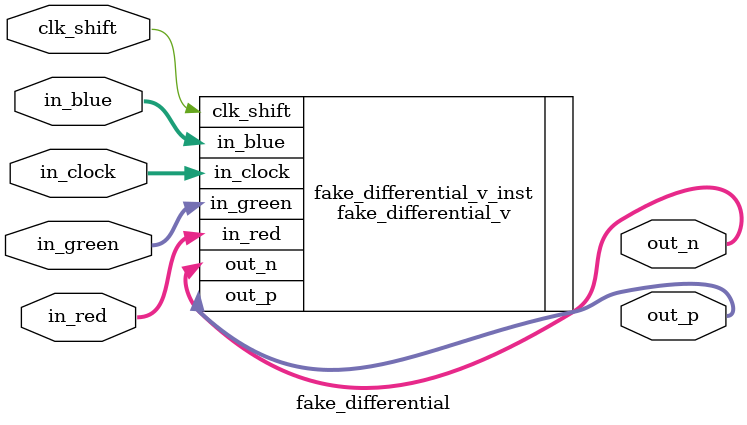
<source format=v>


// The result of translation follows.  Its copyright status should be
// considered unchanged from the original VHDL.

//
// AUTHOR=EMARD
// LICENSE=BSD
//
// VHDL Wrapper for verlog
// no timescale needed

module fake_differential(
input wire clk_shift,
input wire [1:0] in_clock,
input wire [1:0] in_red,
input wire [1:0] in_green,
input wire [1:0] in_blue,
output wire [3:0] out_p,
output wire [3:0] out_n
);

parameter [31:0] C_ddr=0;




  fake_differential_v #(
      .C_ddr(C_ddr))
  fake_differential_v_inst(
      .clk_shift(clk_shift),
    .in_clock(in_clock),
    .in_red(in_red),
    .in_green(in_green),
    .in_blue(in_blue),
    .out_p(out_p),
    .out_n(out_n));


endmodule

</source>
